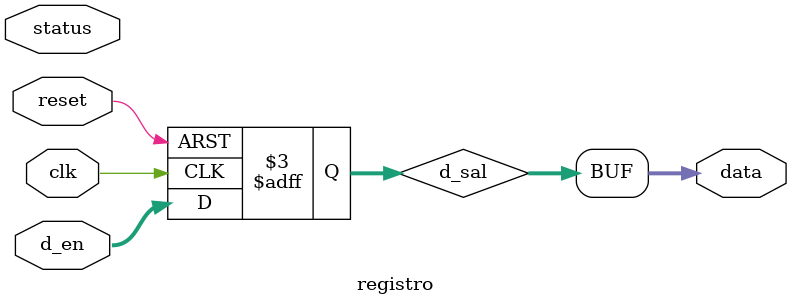
<source format=v>
`timescale 1ns / 1ps

module registro(
    input wire status,
    input wire reset,
    input wire clk,  //--Reloj
    input wire [31:0] d_en, // dato entrada       
    output wire [31:0] data    //-- Salida del registro);
);

reg [31:0]d_sal; //dato salida

always @(posedge clk or posedge reset )
    if (reset==1'b1)
           d_sal=0;
    else
    d_sal <= d_en;

assign data=d_sal;
endmodule


</source>
